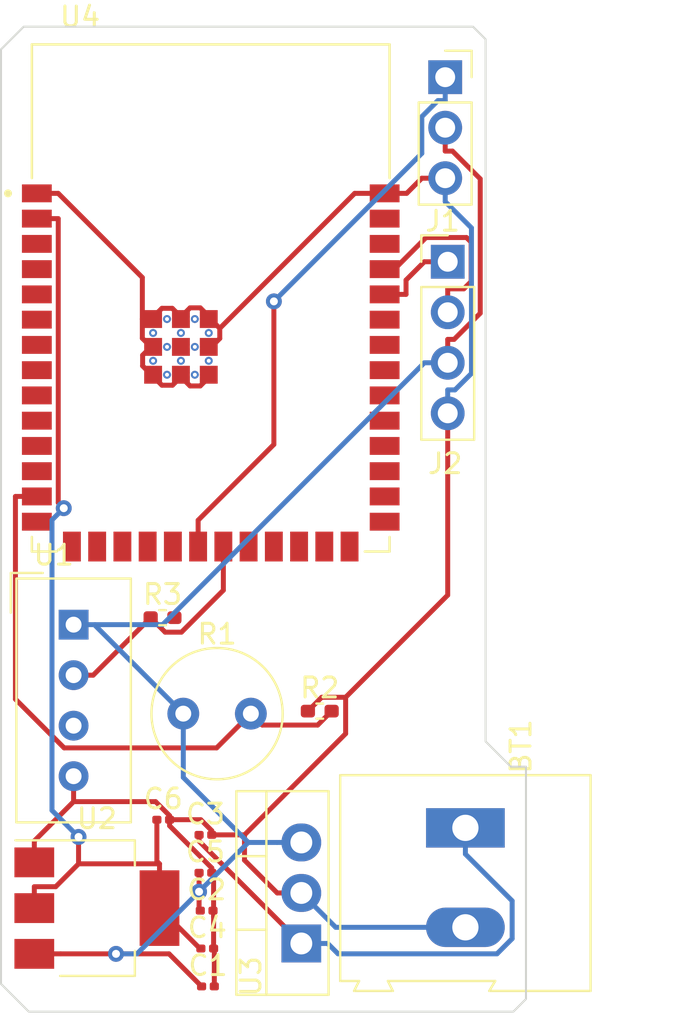
<source format=kicad_pcb>
(kicad_pcb (version 20221018) (generator pcbnew)
  (layers (0 "F.Cu" signal) (31 "B.Cu" signal) (34 "B.Paste" user) (35 "F.Paste" user) (36 "B.SilkS" user "B.Silkscreen") (37 "F.SilkS" user "F.Silkscreen") (38 "B.Mask" user) (39 "F.Mask" user) (44 "Edge.Cuts" user))
  (net 0 "")
  (net 2 "VCC")
  (net 3 "/LDROUT")
  (net 4 "/DHTOUT")
  (net 5 "GND")
  (net 6 "/RX")
  (net 7 "/TX")
  (net 8 "/SMOUT")
  (net 9 "Net-(BT1-+)")
  (net 10 "+5V")
  (net 11 "+3.3V")
  (footprint "OptoDevice:R_LDR_D6.4mm_P3.4mm_Vertical" (layer "F.Cu") (at 157.89 96.266)
    (fp_text reference "R1" (at 1.7 -4) (layer "F.SilkS"))
    (fp_text value "A1050")
    (fp_circle (center 1.7 0) (end 5 -0.1) (stroke (width 0.12)) (fill none) (layer "F.SilkS"))
    (pad "1" thru_hole circle (at 0 0) (size 1.6 1.6) (drill 0.8) (layers "*.Cu" "*.Mask") (net 10 "+5V"))
    (pad "2" thru_hole circle (at 3.4 0) (size 1.6 1.6) (drill 0.8) (layers "*.Cu" "*.Mask") (net 3 "/LDROUT"))
  )
  (footprint "Capacitor_SMD:C_0201_0603Metric" (layer "F.Cu") (at 159.004 102.362)
    (fp_text reference "C3" (at 0 -1.05) (layer "F.SilkS"))
    (fp_text value "10u")
    (pad "1" smd roundrect (at -0.32 0) (size 0.46 0.4) (layers "F.Cu" "F.Mask") (net 9 "Net-(BT1-+)"))
    (pad "2" smd roundrect (at 0.32 0) (size 0.46 0.4) (layers "F.Cu" "F.Mask") (net 5 "GND"))
  )
  (footprint "Resistor_SMD:R_0402_1005Metric_Pad0.72x0.64mm_HandSolder" (layer "F.Cu") (at 164.7565 96.139)
    (fp_text reference "R2" (at 0 -1.17) (layer "F.SilkS"))
    (fp_text value "10k")
    (fp_line (start -0.167621 -0.38) (end 0.167621 -0.38) (stroke (width 0.12)) (layer "F.SilkS"))
    (fp_line (start -0.167621 0.38) (end 0.167621 0.38) (stroke (width 0.12)) (layer "F.SilkS"))
    (pad "1" smd roundrect (at -0.5975 0) (size 0.715 0.64) (layers "F.Cu" "F.Paste" "F.Mask") (net 5 "GND"))
    (pad "2" smd roundrect (at 0.5975 0) (size 0.715 0.64) (layers "F.Cu" "F.Paste" "F.Mask") (net 3 "/LDROUT"))
  )
  (footprint "Connector_PinSocket_2.54mm:PinSocket_1x03_P2.54mm_Vertical" (layer "F.Cu") (at 171.069 64.262)
    (fp_text reference "J1" (at -0.127 7.239) (layer "F.SilkS"))
    (fp_text value "Soil Moisture Sensor Connector")
    (fp_line (start -1.33 1.27) (end -1.33 6.41) (stroke (width 0.12)) (layer "F.SilkS"))
    (fp_line (start -1.33 1.27) (end 1.33 1.27) (stroke (width 0.12)) (layer "F.SilkS"))
    (fp_line (start -1.33 6.41) (end 1.33 6.41) (stroke (width 0.12)) (layer "F.SilkS"))
    (fp_line (start 0 -1.33) (end 1.33 -1.33) (stroke (width 0.12)) (layer "F.SilkS"))
    (fp_line (start 1.33 -1.33) (end 1.33 0) (stroke (width 0.12)) (layer "F.SilkS"))
    (fp_line (start 1.33 1.27) (end 1.33 6.41) (stroke (width 0.12)) (layer "F.SilkS"))
    (pad "1" thru_hole rect (at 0 0) (size 1.7 1.7) (drill 1) (layers "*.Cu" "*.Mask") (net 8 "/SMOUT"))
    (pad "2" thru_hole oval (at 0 2.54) (size 1.7 1.7) (drill 1) (layers "*.Cu" "*.Mask") (net 10 "+5V"))
    (pad "3" thru_hole oval (at 0 5.08) (size 1.7 1.7) (drill 1) (layers "*.Cu" "*.Mask") (net 5 "GND"))
  )
  (footprint "Capacitor_SMD:C_0201_0603Metric" (layer "F.Cu") (at 159.131 109.982)
    (fp_text reference "C1" (at 0 -1.05) (layer "F.SilkS"))
    (fp_text value "10u")
    (pad "1" smd roundrect (at -0.32 0) (size 0.46 0.4) (layers "F.Cu" "F.Mask") (net 10 "+5V"))
    (pad "2" smd roundrect (at 0.32 0) (size 0.46 0.4) (layers "F.Cu" "F.Mask") (net 5 "GND"))
  )
  (footprint "ESP32-S3-WROOM-1-N8R8:XCVR_ESP32S3WROOM1N8R8" (layer "F.Cu") (at 159.271 75.364)
    (fp_text reference "U4" (at -6.575 -14.135) (layer "F.SilkS"))
    (fp_text value "ESP32-S3-WROOM-1-N8R8")
    (fp_line (start -9 -12.75) (end 9 -12.75) (stroke (width 0.127)) (layer "F.SilkS"))
    (fp_line (start -9 -6.03) (end -9 -12.75) (stroke (width 0.127)) (layer "F.SilkS"))
    (fp_line (start -9 12.02) (end -9 12.75) (stroke (width 0.127)) (layer "F.SilkS"))
    (fp_line (start -9 12.75) (end -7.755 12.75) (stroke (width 0.127)) (layer "F.SilkS"))
    (fp_line (start 9 -12.75) (end 9 -6.03) (stroke (width 0.127)) (layer "F.SilkS"))
    (fp_line (start 9 12.02) (end 9 12.75) (stroke (width 0.127)) (layer "F.SilkS"))
    (fp_line (start 9 12.75) (end 7.755 12.75) (stroke (width 0.127)) (layer "F.SilkS"))
    (fp_circle (center -10.2 -5.26) (end -10.1 -5.26) (stroke (width 0.2)) (fill none) (layer "F.SilkS"))
    (pad "1" smd rect (at -8.75 -5.26) (size 1.5 0.9) (layers "F.Cu" "F.Paste" "F.Mask") (net 5 "GND"))
    (pad "2" smd rect (at -8.75 -3.99) (size 1.5 0.9) (layers "F.Cu" "F.Paste" "F.Mask") (net 11 "+3.3V"))
    (pad "3" smd rect (at -8.75 -2.72) (size 1.5 0.9) (layers "F.Cu" "F.Paste" "F.Mask"))
    (pad "4" smd rect (at -8.75 -1.45) (size 1.5 0.9) (layers "F.Cu" "F.Paste" "F.Mask"))
    (pad "5" smd rect (at -8.75 -0.18) (size 1.5 0.9) (layers "F.Cu" "F.Paste" "F.Mask"))
    (pad "6" smd rect (at -8.75 1.09) (size 1.5 0.9) (layers "F.Cu" "F.Paste" "F.Mask"))
    (pad "7" smd rect (at -8.75 2.36) (size 1.5 0.9) (layers "F.Cu" "F.Paste" "F.Mask"))
    (pad "8" smd rect (at -8.75 3.63) (size 1.5 0.9) (layers "F.Cu" "F.Paste" "F.Mask"))
    (pad "9" smd rect (at -8.75 4.9) (size 1.5 0.9) (layers "F.Cu" "F.Paste" "F.Mask"))
    (pad "10" smd rect (at -8.75 6.17) (size 1.5 0.9) (layers "F.Cu" "F.Paste" "F.Mask"))
    (pad "11" smd rect (at -8.75 7.44) (size 1.5 0.9) (layers "F.Cu" "F.Paste" "F.Mask"))
    (pad "12" smd rect (at -8.75 8.71) (size 1.5 0.9) (layers "F.Cu" "F.Paste" "F.Mask"))
    (pad "13" smd rect (at -8.75 9.98) (size 1.5 0.9) (layers "F.Cu" "F.Paste" "F.Mask") (net 3 "/LDROUT"))
    (pad "14" smd rect (at -8.75 11.25) (size 1.5 0.9) (layers "F.Cu" "F.Paste" "F.Mask"))
    (pad "15" smd rect (at -6.985 12.5) (size 0.9 1.5) (layers "F.Cu" "F.Paste" "F.Mask"))
    (pad "16" smd rect (at -5.715 12.5) (size 0.9 1.5) (layers "F.Cu" "F.Paste" "F.Mask"))
    (pad "17" smd rect (at -4.445 12.5) (size 0.9 1.5) (layers "F.Cu" "F.Paste" "F.Mask"))
    (pad "18" smd rect (at -3.175 12.5) (size 0.9 1.5) (layers "F.Cu" "F.Paste" "F.Mask"))
    (pad "19" smd rect (at -1.905 12.5) (size 0.9 1.5) (layers "F.Cu" "F.Paste" "F.Mask"))
    (pad "20" smd rect (at -0.635 12.5) (size 0.9 1.5) (layers "F.Cu" "F.Paste" "F.Mask") (net 8 "/SMOUT"))
    (pad "21" smd rect (at 0.635 12.5) (size 0.9 1.5) (layers "F.Cu" "F.Paste" "F.Mask") (net 4 "/DHTOUT"))
    (pad "22" smd rect (at 1.905 12.5) (size 0.9 1.5) (layers "F.Cu" "F.Paste" "F.Mask"))
    (pad "23" smd rect (at 3.175 12.5) (size 0.9 1.5) (layers "F.Cu" "F.Paste" "F.Mask"))
    (pad "24" smd rect (at 4.445 12.5) (size 0.9 1.5) (layers "F.Cu" "F.Paste" "F.Mask"))
    (pad "25" smd rect (at 5.715 12.5) (size 0.9 1.5) (layers "F.Cu" "F.Paste" "F.Mask"))
    (pad "26" smd rect (at 6.985 12.5) (size 0.9 1.5) (layers "F.Cu" "F.Paste" "F.Mask"))
    (pad "27" smd rect (at 8.75 11.25) (size 1.5 0.9) (layers "F.Cu" "F.Paste" "F.Mask"))
    (pad "28" smd rect (at 8.75 9.98) (size 1.5 0.9) (layers "F.Cu" "F.Paste" "F.Mask"))
    (pad "29" smd rect (at 8.75 8.71) (size 1.5 0.9) (layers "F.Cu" "F.Paste" "F.Mask"))
    (pad "30" smd rect (at 8.75 7.44) (size 1.5 0.9) (layers "F.Cu" "F.Paste" "F.Mask"))
    (pad "31" smd rect (at 8.75 6.17) (size 1.5 0.9) (layers "F.Cu" "F.Paste" "F.Mask"))
    (pad "32" smd rect (at 8.75 4.9) (size 1.5 0.9) (layers "F.Cu" "F.Paste" "F.Mask"))
    (pad "33" smd rect (at 8.75 3.63) (size 1.5 0.9) (layers "F.Cu" "F.Paste" "F.Mask"))
    (pad "34" smd rect (at 8.75 2.36) (size 1.5 0.9) (layers "F.Cu" "F.Paste" "F.Mask"))
    (pad "35" smd rect (at 8.75 1.09) (size 1.5 0.9) (layers "F.Cu" "F.Paste" "F.Mask"))
    (pad "36" smd rect (at 8.75 -0.18) (size 1.5 0.9) (layers "F.Cu" "F.Paste" "F.Mask") (net 6 "/RX"))
    (pad "37" smd rect (at 8.75 -1.45) (size 1.5 0.9) (layers "F.Cu" "F.Paste" "F.Mask") (net 7 "/TX"))
    (pad "38" smd rect (at 8.75 -2.72) (size 1.5 0.9) (layers "F.Cu" "F.Paste" "F.Mask"))
    (pad "39" smd rect (at 8.75 -3.99) (size 1.5 0.9) (layers "F.Cu" "F.Paste" "F.Mask"))
    (pad "40" smd rect (at 8.75 -5.26) (size 1.5 0.9) (layers "F.Cu" "F.Paste" "F.Mask") (net 5 "GND"))
    (pad "41_1" smd rect (at -1.5 2.46) (size 0.9 0.9) (layers "F.Cu" "F.Paste" "F.Mask") (net 5 "GND"))
    (pad "41_2" smd rect (at -2.9 2.46) (size 0.9 0.9) (layers "F.Cu" "F.Paste" "F.Mask") (net 5 "GND"))
    (pad "41_3" smd rect (at -0.1 2.46) (size 0.9 0.9) (layers "F.Cu" "F.Paste" "F.Mask") (net 5 "GND"))
    (pad "41_4" smd rect (at -2.9 3.86) (size 0.9 0.9) (layers "F.Cu" "F.Paste" "F.Mask") (net 5 "GND"))
    (pad "41_5" smd rect (at -1.5 3.86) (size 0.9 0.9) (layers "F.Cu" "F.Paste" "F.Mask") (net 5 "GND"))
    (pad "41_6" smd rect (at -0.1 3.86) (size 0.9 0.9) (layers "F.Cu" "F.Paste" "F.Mask") (net 5 "GND"))
    (pad "41_7" smd rect (at -2.9 1.06) (size 0.9 0.9) (layers "F.Cu" "F.Paste" "F.Mask") (net 5 "GND"))
    (pad "41_8" smd rect (at -1.5 1.06) (size 0.9 0.9) (layers "F.Cu" "F.Paste" "F.Mask") (net 5 "GND"))
    (pad "41_9" smd rect (at -0.1 1.06) (size 0.9 0.9) (layers "F.Cu" "F.Paste" "F.Mask") (net 5 "GND"))
    (pad "41_10" thru_hole circle (at -1.5 1.76) (size 0.4 0.4) (drill 0.2) (layers "*.Cu"))
    (pad "41_11" thru_hole circle (at -2.9 1.76) (size 0.4 0.4) (drill 0.2) (layers "*.Cu"))
    (pad "41_12" thru_hole circle (at -0.1 1.76) (size 0.4 0.4) (drill 0.2) (layers "*.Cu"))
    (pad "41_13" thru_hole circle (at -2.9 3.16) (size 0.4 0.4) (drill 0.2) (layers "*.Cu"))
    (pad "41_14" thru_hole circle (at -1.5 3.16) (size 0.4 0.4) (drill 0.2) (layers "*.Cu"))
    (pad "41_15" thru_hole circle (at -0.1 3.16) (size 0.4 0.4) (drill 0.2) (layers "*.Cu"))
    (pad "41_16" thru_hole circle (at -2.2 1.06) (size 0.4 0.4) (drill 0.2) (layers "*.Cu"))
    (pad "41_17" thru_hole circle (at -0.8 1.06) (size 0.4 0.4) (drill 0.2) (layers "*.Cu"))
    (pad "41_18" thru_hole circle (at -2.2 2.46) (size 0.4 0.4) (drill 0.2) (layers "*.Cu"))
    (pad "41_19" thru_hole circle (at -0.8 2.46) (size 0.4 0.4) (drill 0.2) (layers "*.Cu"))
    (pad "41_20" thru_hole circle (at -2.2 3.86) (size 0.4 0.4) (drill 0.2) (layers "*.Cu"))
    (pad "41_21" thru_hole circle (at -0.8 3.86) (size 0.4 0.4) (drill 0.2) (layers "*.Cu"))
  )
  (footprint "Capacitor_SMD:C_0201_0603Metric" (layer "F.Cu") (at 159.065 106.172)
    (fp_text reference "C2" (at 0 -1.05) (layer "F.SilkS"))
    (fp_text value "100n")
    (pad "1" smd roundrect (at -0.32 0) (size 0.46 0.4) (layers "F.Cu" "F.Mask") (net 10 "+5V"))
    (pad "2" smd roundrect (at 0.32 0) (size 0.46 0.4) (layers "F.Cu" "F.Mask") (net 5 "GND"))
  )
  (footprint "Package_TO_SOT_THT:TO-220-3_Vertical" (layer "F.Cu") (at 163.83 107.823 90)
    (fp_text reference "U3" (at -1.651 -2.54 90) (layer "F.SilkS"))
    (fp_text value "LM7805_TO220")
    (fp_line (start -2.58 -3.27) (end -2.58 1.371) (stroke (width 0.12)) (layer "F.SilkS"))
    (fp_line (start -2.58 -3.27) (end 7.66 -3.27) (stroke (width 0.12)) (layer "F.SilkS"))
    (fp_line (start -2.58 -1.76) (end 7.66 -1.76) (stroke (width 0.12)) (layer "F.SilkS"))
    (fp_line (start -2.58 1.371) (end 7.66 1.371) (stroke (width 0.12)) (layer "F.SilkS"))
    (fp_line (start 0.69 -3.27) (end 0.69 -1.76) (stroke (width 0.12)) (layer "F.SilkS"))
    (fp_line (start 4.391 -3.27) (end 4.391 -1.76) (stroke (width 0.12)) (layer "F.SilkS"))
    (fp_line (start 7.66 -3.27) (end 7.66 1.371) (stroke (width 0.12)) (layer "F.SilkS"))
    (pad "1" thru_hole rect (at 0 0 90) (size 1.905 2) (drill 1.1) (layers "*.Cu" "*.Mask") (net 9 "Net-(BT1-+)"))
    (pad "2" thru_hole oval (at 2.54 0 90) (size 1.905 2) (drill 1.1) (layers "*.Cu" "*.Mask") (net 5 "GND"))
    (pad "3" thru_hole oval (at 5.08 0 90) (size 1.905 2) (drill 1.1) (layers "*.Cu" "*.Mask") (net 10 "+5V"))
  )
  (footprint "Sensor:Aosong_DHT11_5.5x12.0_P2.54mm" (layer "F.Cu") (at 152.3705 91.7915)
    (fp_text reference "U1" (at -1 -3.5) (layer "F.SilkS"))
    (fp_text value "DHT11")
    (fp_line (start -3.16 -2.6) (end -3.16 -0.6) (stroke (width 0.12)) (layer "F.SilkS"))
    (fp_line (start -3.16 -2.6) (end -1.55 -2.6) (stroke (width 0.12)) (layer "F.SilkS"))
    (fp_line (start -2.88 9.94) (end -2.88 -2.31) (stroke (width 0.12)) (layer "F.SilkS"))
    (fp_line (start -2.87 -2.32) (end 2.87 -2.32) (stroke (width 0.12)) (layer "F.SilkS"))
    (fp_line (start 2.88 -2.32) (end 2.88 9.94) (stroke (width 0.12)) (layer "F.SilkS"))
    (fp_line (start 2.88 9.94) (end -2.88 9.94) (stroke (width 0.12)) (layer "F.SilkS"))
    (pad "1" thru_hole rect (at 0 0) (size 1.5 1.5) (drill 0.8) (layers "*.Cu" "*.Mask") (net 10 "+5V"))
    (pad "2" thru_hole circle (at 0 2.54) (size 1.5 1.5) (drill 0.8) (layers "*.Cu" "*.Mask") (net 4 "/DHTOUT"))
    (pad "3" thru_hole circle (at 0 5.08) (size 1.5 1.5) (drill 0.8) (layers "*.Cu" "*.Mask"))
    (pad "4" thru_hole circle (at 0 7.62) (size 1.5 1.5) (drill 0.8) (layers "*.Cu" "*.Mask") (net 5 "GND"))
  )
  (footprint "Package_TO_SOT_SMD:SOT-223-3_TabPin2" (layer "F.Cu") (at 153.543 106.045)
    (fp_text reference "U2" (at 0 -4.5) (layer "F.SilkS"))
    (fp_text value "AMS1117")
    (fp_line (start -4.1 -3.41) (end 1.91 -3.41) (stroke (width 0.12)) (layer "F.SilkS"))
    (fp_line (start -1.85 3.41) (end 1.91 3.41) (stroke (width 0.12)) (layer "F.SilkS"))
    (fp_line (start 1.91 -3.41) (end 1.91 -2.15) (stroke (width 0.12)) (layer "F.SilkS"))
    (fp_line (start 1.91 3.41) (end 1.91 2.15) (stroke (width 0.12)) (layer "F.SilkS"))
    (pad "1" smd rect (at -3.15 -2.3) (size 2 1.5) (layers "F.Cu" "F.Paste" "F.Mask") (net 5 "GND"))
    (pad "2" smd rect (at -3.15 0) (size 2 1.5) (layers "F.Cu" "F.Paste" "F.Mask") (net 11 "+3.3V"))
    (pad "2" smd rect (at 3.15 0) (size 2 3.8) (layers "F.Cu" "F.Paste" "F.Mask") (net 11 "+3.3V"))
    (pad "3" smd rect (at -3.15 2.3) (size 2 1.5) (layers "F.Cu" "F.Paste" "F.Mask") (net 10 "+5V"))
  )
  (footprint "Capacitor_SMD:C_0201_0603Metric" (layer "F.Cu") (at 159.004 104.267)
    (fp_text reference "C5" (at 0 -1.05) (layer "F.SilkS"))
    (fp_text value "1u")
    (pad "1" smd roundrect (at -0.32 0) (size 0.46 0.4) (layers "F.Cu" "F.Mask") (net 10 "+5V"))
    (pad "2" smd roundrect (at 0.32 0) (size 0.46 0.4) (layers "F.Cu" "F.Mask") (net 5 "GND"))
  )
  (footprint "Connector_PinHeader_2.54mm:PinHeader_1x04_P2.54mm_Vertical" (layer "F.Cu") (at 171.196 73.543)
    (fp_text reference "J2" (at -0.127 10.15) (layer "F.SilkS"))
    (fp_text value "Custom UART Connector" hide)
    (fp_line (start -1.33 -1.33) (end 0 -1.33) (stroke (width 0.12)) (layer "F.SilkS"))
    (fp_line (start -1.33 0) (end -1.33 -1.33) (stroke (width 0.12)) (layer "F.SilkS"))
    (fp_line (start -1.33 1.27) (end -1.33 8.95) (stroke (width 0.12)) (layer "F.SilkS"))
    (fp_line (start -1.33 1.27) (end 1.33 1.27) (stroke (width 0.12)) (layer "F.SilkS"))
    (fp_line (start -1.33 8.95) (end 1.33 8.95) (stroke (width 0.12)) (layer "F.SilkS"))
    (fp_line (start 1.33 1.27) (end 1.33 8.95) (stroke (width 0.12)) (layer "F.SilkS"))
    (pad "1" thru_hole rect (at 0 0) (size 1.7 1.7) (drill 1) (layers "*.Cu" "*.Mask") (net 6 "/RX"))
    (pad "2" thru_hole oval (at 0 2.54) (size 1.7 1.7) (drill 1) (layers "*.Cu" "*.Mask") (net 7 "/TX"))
    (pad "3" thru_hole oval (at 0 5.08) (size 1.7 1.7) (drill 1) (layers "*.Cu" "*.Mask") (net 10 "+5V"))
    (pad "4" thru_hole oval (at 0 7.62) (size 1.7 1.7) (drill 1) (layers "*.Cu" "*.Mask") (net 5 "GND"))
  )
  (footprint "TerminalBlock:TerminalBlock_Altech_AK300-2_P5.00mm" (layer "F.Cu") (at 172.085 102.01 -90)
    (fp_text reference "BT1" (at -4.093 -2.794 90) (layer "F.SilkS"))
    (fp_text value "9V")
    (fp_line (start -2.65 -6.3) (end -2.65 6.3) (stroke (width 0.12)) (layer "F.SilkS"))
    (fp_line (start -2.65 6.3) (end 7.7 6.3) (stroke (width 0.12)) (layer "F.SilkS"))
    (fp_line (start 7.7 -1.5) (end 8.2 -1.2) (stroke (width 0.12)) (layer "F.SilkS"))
    (fp_line (start 7.7 3.9) (end 7.7 -1.5) (stroke (width 0.12)) (layer "F.SilkS"))
    (fp_line (start 7.7 5.35) (end 8.2 5.6) (stroke (width 0.12)) (layer "F.SilkS"))
    (fp_line (start 7.7 6.3) (end 7.7 5.35) (stroke (width 0.12)) (layer "F.SilkS"))
    (fp_line (start 8.2 -6.3) (end -2.65 -6.3) (stroke (width 0.12)) (layer "F.SilkS"))
    (fp_line (start 8.2 -1.2) (end 8.2 -6.3) (stroke (width 0.12)) (layer "F.SilkS"))
    (fp_line (start 8.2 3.65) (end 7.7 3.9) (stroke (width 0.12)) (layer "F.SilkS"))
    (fp_line (start 8.2 3.7) (end 8.2 3.65) (stroke (width 0.12)) (layer "F.SilkS"))
    (fp_line (start 8.2 5.6) (end 8.2 3.7) (stroke (width 0.12)) (layer "F.SilkS"))
    (pad "1" thru_hole rect (at 0 0 270) (size 1.98 3.96) (drill 1.32) (layers "*.Cu" "*.Mask") (net 9 "Net-(BT1-+)"))
    (pad "2" thru_hole oval (at 5 0 270) (size 1.98 3.96) (drill 1.32) (layers "*.Cu" "*.Mask") (net 5 "GND"))
  )
  (footprint "Capacitor_SMD:C_0201_0603Metric" (layer "F.Cu") (at 156.881 101.6)
    (fp_text reference "C6" (at 0 -1.05) (layer "F.SilkS"))
    (fp_text value "100n")
    (pad "1" smd roundrect (at -0.32 0) (size 0.46 0.4) (layers "F.Cu" "F.Mask") (net 11 "+3.3V"))
    (pad "2" smd roundrect (at 0.32 0) (size 0.46 0.4) (layers "F.Cu" "F.Mask") (net 5 "GND"))
  )
  (footprint "Capacitor_SMD:C_0201_0603Metric" (layer "F.Cu") (at 159.095 108.077)
    (fp_text reference "C4" (at 0 -1.05) (layer "F.SilkS"))
    (fp_text value "10u")
    (pad "1" smd roundrect (at -0.32 0) (size 0.46 0.4) (layers "F.Cu" "F.Mask") (net 11 "+3.3V"))
    (pad "2" smd roundrect (at 0.32 0) (size 0.46 0.4) (layers "F.Cu" "F.Mask") (net 5 "GND"))
  )
  (footprint "Resistor_SMD:R_0402_1005Metric_Pad0.72x0.64mm_HandSolder" (layer "F.Cu") (at 156.845 91.44)
    (fp_text reference "R3" (at 0 -1.17) (layer "F.SilkS"))
    (fp_text value "4k7")
    (fp_line (start -0.167621 -0.38) (end 0.167621 -0.38) (stroke (width 0.12)) (layer "F.SilkS"))
    (fp_line (start -0.167621 0.38) (end 0.167621 0.38) (stroke (width 0.12)) (layer "F.SilkS"))
    (pad "1" smd roundrect (at -0.5975 0) (size 0.715 0.64) (layers "F.Cu" "F.Paste" "F.Mask") (net 4 "/DHTOUT"))
    (pad "2" smd roundrect (at 0.5975 0) (size 0.715 0.64) (layers "F.Cu" "F.Paste" "F.Mask") (net 2 "VCC"))
  )
  (gr_poly (pts (xy 173.101 62.357) (xy 173.101 97.663) (xy 174.371 98.933) (xy 175.133 98.933) (xy 175.133 110.617) (xy 174.498 111.252) (xy 150.114 111.252) (xy 148.717 109.855) (xy 148.717 62.865) (xy 149.86 61.722) (xy 172.466 61.722)) (stroke (width 0.1)) (fill none) (layer "Edge.Cuts"))
  (segment (start 149.4441 95.5381) (end 151.894 97.988) (width 0.25) (layer "F.Cu") (net 3))
  (segment (start 159.568 97.988) (end 161.29 96.266) (width 0.25) (layer "F.Cu") (net 3))
  (segment (start 161.29 96.266) (end 161.8641 96.8401) (width 0.25) (layer "F.Cu") (net 3))
  (segment (start 161.8641 96.8401) (end 164.6529 96.8401) (width 0.25) (layer "F.Cu") (net 3))
  (segment (start 150.521 85.344) (end 149.4441 85.344) (width 0.25) (layer "F.Cu") (net 3))
  (segment (start 164.6529 96.8401) (end 165.354 96.139) (width 0.25) (layer "F.Cu") (net 3))
  (segment (start 149.4441 85.344) (end 149.4441 95.5381) (width 0.25) (layer "F.Cu") (net 3))
  (segment (start 151.894 97.988) (end 159.568 97.988) (width 0.25) (layer "F.Cu") (net 3))
  (segment (start 157.7981 92.1686) (end 156.9761 92.1686) (width 0.25) (layer "F.Cu") (net 4))
  (segment (start 153.356 94.3315) (end 156.2475 91.44) (width 0.25) (layer "F.Cu") (net 4))
  (segment (start 159.906 90.0607) (end 157.7981 92.1686) (width 0.25) (layer "F.Cu") (net 4))
  (segment (start 156.9761 92.1686) (end 156.2475 91.44) (width 0.25) (layer "F.Cu") (net 4))
  (segment (start 152.3705 94.3315) (end 153.356 94.3315) (width 0.25) (layer "F.Cu") (net 4))
  (segment (start 159.906 87.864) (end 159.906 90.0607) (width 0.25) (layer "F.Cu") (net 4))
  (segment (start 171.196 90.3059) (end 171.196 81.163) (width 0.25) (layer "F.Cu") (net 5))
  (segment (start 160.97 102.362) (end 159.324 102.362) (width 0.25) (layer "F.Cu") (net 5))
  (segment (start 156.2614 77.824) (end 155.8441 78.2413) (width 0.25) (layer "F.Cu") (net 5))
  (segment (start 156.2614 77.824) (end 156.371 77.824) (width 0.25) (layer "F.Cu") (net 5))
  (segment (start 158.7436 75.86) (end 158.2308 75.86) (width 0.25) (layer "F.Cu") (net 5))
  (segment (start 156.8137 75.8843) (end 156.371 76.327) (width 0.25) (layer "F.Cu") (net 5))
  (segment (start 155.8441 78.7805) (end 156.8145 79.7509) (width 0.25) (layer "F.Cu") (net 5))
  (segment (start 159.415 108.077) (end 159.415 106.4786) (width 0.25) (layer "F.Cu") (net 5))
  (segment (start 151.5979 70.104) (end 155.8294 74.3355) (width 0.25) (layer "F.Cu") (net 5))
  (segment (start 159.7263 76.8911) (end 159.2592 76.424) (width 0.25) (layer "F.Cu") (net 5))
  (segment (start 156.371 76.327) (end 156.371 76.424) (width 0.25) (layer "F.Cu") (net 5))
  (segment (start 155.8294 77.392) (end 156.2614 77.824) (width 0.25) (layer "F.Cu") (net 5))
  (segment (start 150.521 70.104) (end 151.5979 70.104) (width 0.25) (layer "F.Cu") (net 5))
  (segment (start 157.771 76.3198) (end 157.3355 75.8843) (width 0.25) (layer "F.Cu") (net 5))
  (segment (start 152.3705 100.6906) (end 156.4954 100.6906) (width 0.25) (layer "F.Cu") (net 5))
  (segment (start 159.415 106.202) (end 159.385 106.172) (width 0.25) (layer "F.Cu") (net 5))
  (segment (start 164.8552 95.4428) (end 166.0591 95.4428) (width 0.25) (layer "F.Cu") (net 5))
  (segment (start 162.6165 105.283) (end 160.97 103.6365) (width 0.25) (layer "F.Cu") (net 5))
  (segment (start 150.393 103.745) (end 150.393 102.6681) (width 0.25) (layer "F.Cu") (net 5))
  (segment (start 171.069 69.342) (end 169.8921 69.342) (width 0.25) (layer "F.Cu") (net 5))
  (segment (start 157.3355 75.8843) (end 156.8137 75.8843) (width 0.25) (layer "F.Cu") (net 5))
  (segment (start 157.771 79.3281) (end 157.771 79.224) (width 0.25) (layer "F.Cu") (net 5))
  (segment (start 155.8294 74.3355) (end 155.8294 76.424) (width 0.25) (layer "F.Cu") (net 5))
  (segment (start 159.171 79.3606) (end 158.7436 79.788) (width 0.25) (layer "F.Cu") (net 5))
  (segment (start 168.021 70.104) (end 169.1301 70.104) (width 0.25) (layer "F.Cu") (net 5))
  (segment (start 159.2592 76.424) (end 159.171 76.424) (width 0.25) (layer "F.Cu") (net 5))
  (segment (start 150.393 102.6681) (end 152.3705 100.6906) (width 0.25) (layer "F.Cu") (net 5))
  (segment (start 159.415 108.077) (end 159.451 108.113) (width 0.25) (layer "F.Cu") (net 5))
  (segment (start 159.7263 77.3999) (end 159.7263 76.8911) (width 0.25) (layer "F.Cu") (net 5))
  (segment (start 159.171 76.424) (end 159.171 76.2874) (width 0.25) (layer "F.Cu") (net 5))
  (segment (start 157.771 76.3198) (end 157.771 76.424) (width 0.25) (layer "F.Cu") (net 5))
  (segment (start 169.1301 70.104) (end 169.8921 69.342) (width 0.25) (layer "F.Cu") (net 5))
  (segment (start 159.3022 77.824) (end 159.7263 77.3999) (width 0.25) (layer "F.Cu") (net 5))
  (segment (start 166.0591 95.4428) (end 171.196 90.3059) (width 0.25) (layer "F.Cu") (net 5))
  (segment (start 166.0591 95.4428) (end 166.0591 97.2729) (width 0.25) (layer "F.Cu") (net 5))
  (segment (start 157.3482 79.7509) (end 157.771 79.3281) (width 0.25) (layer "F.Cu") (net 5))
  (segment (start 166.0591 97.2729) (end 160.97 102.362) (width 0.25) (layer "F.Cu") (net 5))
  (segment (start 157.201 101.6) (end 158.7712 101.6) (width 0.25) (layer "F.Cu") (net 5))
  (segment (start 159.324 102.1528) (end 159.324 102.362) (width 0.25) (layer "F.Cu") (net 5))
  (segment (start 156.2876 79.224) (end 155.8441 78.7805) (width 0.25) (layer "F.Cu") (net 5))
  (segment (start 156.371 76.424) (end 155.8294 76.424) (width 0.25) (layer "F.Cu") (net 5))
  (segment (start 157.201 101.3962) (end 157.201 101.6) (width 0.25) (layer "F.Cu") (net 5))
  (segment (start 156.371 79.224) (end 156.2876 79.224) (width 0.25) (layer "F.Cu") (net 5))
  (segment (start 159.451 108.113) (end 159.451 109.982) (width 0.25) (layer "F.Cu") (net 5))
  (segment (start 159.324 104.267) (end 159.324 104.0267) (width 0.25) (layer "F.Cu") (net 5))
  (segment (start 159.415 106.4786) (end 159.415 106.202) (width 0.25) (layer "F.Cu") (net 5))
  (segment (start 159.415 104.358) (end 159.324 104.267) (width 0.25) (layer "F.Cu") (net 5))
  (segment (start 158.2309 79.788) (end 157.771 79.3281) (width 0.25) (layer "F.Cu") (net 5))
  (segment (start 157.201 101.9037) (end 157.201 101.6) (width 0.25) (layer "F.Cu") (net 5))
  (segment (start 159.171 77.824) (end 159.3022 77.824) (width 0.25) (layer "F.Cu") (net 5))
  (segment (start 159.415 106.4786) (end 159.415 104.358) (width 0.25) (layer "F.Cu") (net 5))
  (segment (start 156.8145 79.7509) (end 157.3482 79.7509) (width 0.25) (layer "F.Cu") (net 5))
  (segment (start 152.3705 100.6906) (end 152.3705 99.4115) (width 0.25) (layer "F.Cu") (net 5))
  (segment (start 155.8294 76.424) (end 155.8294 77.392) (width 0.25) (layer "F.Cu") (net 5))
  (segment (start 159.171 79.224) (end 159.171 79.3606) (width 0.25) (layer "F.Cu") (net 5))
  (segment (start 158.7712 101.6) (end 159.324 102.1528) (width 0.25) (layer "F.Cu") (net 5))
  (segment (start 155.8441 78.2413) (end 155.8441 78.7805) (width 0.25) (layer "F.Cu") (net 5))
  (segment (start 159.171 76.2874) (end 158.7436 75.86) (width 0.25) (layer "F.Cu") (net 5))
  (segment (start 156.4954 100.6906) (end 157.201 101.3962) (width 0.25) (layer "F.Cu") (net 5))
  (segment (start 158.2308 75.86) (end 157.771 76.3198) (width 0.25) (layer "F.Cu") (net 5))
  (segment (start 163.83 105.283) (end 162.6165 105.283) (width 0.25) (layer "F.Cu") (net 5))
  (segment (start 164.159 96.139) (end 164.8552 95.4428) (width 0.25) (layer "F.Cu") (net 5))
  (segment (start 159.324 104.0267) (end 157.201 101.9037) (width 0.25) (layer "F.Cu") (net 5))
  (segment (start 160.97 103.6365) (end 160.97 102.362) (width 0.25) (layer "F.Cu") (net 5))
  (segment (start 159.7263 76.8911) (end 166.5134 70.104) (width 0.25) (layer "F.Cu") (net 5))
  (segment (start 158.7436 79.788) (end 158.2309 79.788) (width 0.25) (layer "F.Cu") (net 5))
  (segment (start 166.5134 70.104) (end 168.021 70.104) (width 0.25) (layer "F.Cu") (net 5))
  (segment (start 172.39 79.1579) (end 171.5618 79.9861) (width 0.25) (layer "B.Cu") (net 5))
  (segment (start 171.5618 79.9861) (end 171.196 79.9861) (width 0.25) (layer "B.Cu") (net 5))
  (segment (start 172.085 107.01) (end 165.557 107.01) (width 0.25) (layer "B.Cu") (net 5))
  (segment (start 171.196 81.163) (end 171.196 79.9861) (width 0.25) (layer "B.Cu") (net 5))
  (segment (start 165.557 107.01) (end 163.83 105.283) (width 0.25) (layer "B.Cu") (net 5))
  (segment (start 171.069 69.342) (end 171.069 70.5189) (width 0.25) (layer "B.Cu") (net 5))
  (segment (start 172.39 71.8399) (end 172.39 79.1579) (width 0.25) (layer "B.Cu") (net 5))
  (segment (start 171.069 70.5189) (end 172.39 71.8399) (width 0.25) (layer "B.Cu") (net 5))
  (segment (start 168.021 75.184) (end 169.0979 75.184) (width 0.25) (layer "F.Cu") (net 6))
  (segment (start 169.0979 75.184) (end 169.0979 74.4642) (width 0.25) (layer "F.Cu") (net 6))
  (segment (start 171.196 73.543) (end 170.0191 73.543) (width 0.25) (layer "F.Cu") (net 6))
  (segment (start 169.0979 74.4642) (end 170.0191 73.543) (width 0.25) (layer "F.Cu") (net 6))
  (segment (start 172.1399 72.3246) (end 170.1052 72.3246) (width 0.25) (layer "F.Cu") (net 7))
  (segment (start 172.0052 74.9061) (end 172.3729 74.5384) (width 0.25) (layer "F.Cu") (net 7))
  (segment (start 171.196 74.9061) (end 172.0052 74.9061) (width 0.25) (layer "F.Cu") (net 7))
  (segment (start 170.1052 72.3246) (end 168.5158 73.914) (width 0.25) (layer "F.Cu") (net 7))
  (segment (start 168.5158 73.914) (end 168.021 73.914) (width 0.25) (layer "F.Cu") (net 7))
  (segment (start 172.3729 74.5384) (end 172.3729 72.5576) (width 0.25) (layer "F.Cu") (net 7))
  (segment (start 172.3729 72.5576) (end 172.1399 72.3246) (width 0.25) (layer "F.Cu") (net 7))
  (segment (start 171.196 76.083) (end 171.196 74.9061) (width 0.25) (layer "F.Cu") (net 7))
  (segment (start 158.636 86.5416) (end 162.4486 82.729) (width 0.25) (layer "F.Cu") (net 8))
  (segment (start 158.636 87.864) (end 158.636 86.5416) (width 0.25) (layer "F.Cu") (net 8))
  (segment (start 162.4486 82.729) (end 162.4486 75.5355) (width 0.25) (layer "F.Cu") (net 8))
  (via (at 162.4486 75.5355) (size 0.8) (drill 0.4) (layers "F.Cu" "B.Cu") (net 8))
  (segment (start 162.4486 75.5355) (end 169.8921 68.092) (width 0.25) (layer "B.Cu") (net 8))
  (segment (start 169.8921 66.2479) (end 170.7011 65.4389) (width 0.25) (layer "B.Cu") (net 8))
  (segment (start 170.7011 65.4389) (end 171.069 65.4389) (width 0.25) (layer "B.Cu") (net 8))
  (segment (start 169.8921 68.092) (end 169.8921 66.2479) (width 0.25) (layer "B.Cu") (net 8))
  (segment (start 171.069 64.262) (end 171.069 65.4389) (width 0.25) (layer "B.Cu") (net 8))
  (segment (start 158.684 102.677) (end 158.684 102.362) (width 0.25) (layer "F.Cu") (net 9))
  (segment (start 163.83 107.823) (end 158.684 102.677) (width 0.25) (layer "F.Cu") (net 9))
  (segment (start 172.085 102.01) (end 172.085 103.3269) (width 0.25) (layer "B.Cu") (net 9))
  (segment (start 174.4374 105.6793) (end 174.4374 107.5814) (width 0.25) (layer "B.Cu") (net 9))
  (segment (start 172.085 103.3269) (end 174.4374 105.6793) (width 0.25) (layer "B.Cu") (net 9))
  (segment (start 165.6782 108.3443) (end 165.1569 107.823) (width 0.25) (layer "B.Cu") (net 9))
  (segment (start 174.4374 107.5814) (end 173.6745 108.3443) (width 0.25) (layer "B.Cu") (net 9))
  (segment (start 173.6745 108.3443) (end 165.6782 108.3443) (width 0.25) (layer "B.Cu") (net 9))
  (segment (start 163.83 107.823) (end 165.1569 107.823) (width 0.25) (layer "B.Cu") (net 9))
  (segment (start 172.8311 69.3752) (end 171.4348 67.9789) (width 0.25) (layer "F.Cu") (net 10))
  (segment (start 158.684 105.2195) (end 158.684 106.111) (width 0.25) (layer "F.Cu") (net 10))
  (segment (start 157.174 108.345) (end 154.5046 108.345) (width 0.25) (layer "F.Cu") (net 10))
  (segment (start 158.811 109.982) (end 157.174 108.345) (width 0.25) (layer "F.Cu") (net 10))
  (segment (start 172.8311 76.1316) (end 172.8311 69.3752) (width 0.25) (layer "F.Cu") (net 10))
  (segment (start 171.069 66.802) (end 171.069 67.9789) (width 0.25) (layer "F.Cu") (net 10))
  (segment (start 150.393 108.345) (end 151.7199 108.345) (width 0.25) (layer "F.Cu") (net 10))
  (segment (start 171.196 77.4461) (end 171.5166 77.4461) (width 0.25) (layer "F.Cu") (net 10))
  (segment (start 171.4348 67.9789) (end 171.069 67.9789) (width 0.25) (layer "F.Cu") (net 10))
  (segment (start 158.684 106.111) (end 158.745 106.172) (width 0.25) (layer "F.Cu") (net 10))
  (segment (start 158.684 104.267) (end 158.684 105.2195) (width 0.25) (layer "F.Cu") (net 10))
  (segment (start 171.5166 77.4461) (end 172.8311 76.1316) (width 0.25) (layer "F.Cu") (net 10))
  (segment (start 171.196 78.623) (end 171.196 77.4461) (width 0.25) (layer "F.Cu") (net 10))
  (segment (start 154.5046 108.345) (end 151.7199 108.345) (width 0.25) (layer "F.Cu") (net 10))
  (via (at 158.684 105.2195) (size 0.8) (drill 0.4) (layers "F.Cu" "B.Cu") (net 10))
  (via (at 154.5046 108.345) (size 0.8) (drill 0.4) (layers "F.Cu" "B.Cu") (net 10))
  (segment (start 158.684 105.2195) (end 155.5585 108.345) (width 0.25) (layer "B.Cu") (net 10))
  (segment (start 161.1605 102.743) (end 158.684 105.2195) (width 0.25) (layer "B.Cu") (net 10))
  (segment (start 170.0191 78.623) (end 156.8506 91.7915) (width 0.25) (layer "B.Cu") (net 10))
  (segment (start 171.196 78.623) (end 170.0191 78.623) (width 0.25) (layer "B.Cu") (net 10))
  (segment (start 157.89 99.4725) (end 161.1605 102.743) (width 0.25) (layer "B.Cu") (net 10))
  (segment (start 153.4474 91.7915) (end 153.4474 91.8234) (width 0.25) (layer "B.Cu") (net 10))
  (segment (start 163.83 102.743) (end 162.6165 102.743) (width 0.25) (layer "B.Cu") (net 10))
  (segment (start 157.89 96.266) (end 157.89 99.4725) (width 0.25) (layer "B.Cu") (net 10))
  (segment (start 162.6165 102.743) (end 161.1605 102.743) (width 0.25) (layer "B.Cu") (net 10))
  (segment (start 156.8506 91.7915) (end 153.4474 91.7915) (width 0.25) (layer "B.Cu") (net 10))
  (segment (start 153.4474 91.8234) (end 157.89 96.266) (width 0.25) (layer "B.Cu") (net 10))
  (segment (start 155.5585 108.345) (end 154.5046 108.345) (width 0.25) (layer "B.Cu") (net 10))
  (segment (start 152.3705 91.7915) (end 153.4474 91.7915) (width 0.25) (layer "B.Cu") (net 10))
  (segment (start 152.6199 103.8181) (end 156.693 103.8181) (width 0.25) (layer "F.Cu") (net 11))
  (segment (start 152.6199 102.4671) (end 152.6199 103.8181) (width 0.25) (layer "F.Cu") (net 11))
  (segment (start 156.693 106.045) (end 158.725 108.077) (width 0.25) (layer "F.Cu") (net 11))
  (segment (start 151.5979 71.374) (end 151.5979 85.658) (width 0.25) (layer "F.Cu") (net 11))
  (segment (start 151.4699 104.9681) (end 152.6199 103.8181) (width 0.25) (layer "F.Cu") (net 11))
  (segment (start 156.693 103.8181) (end 156.561 103.6861) (width 0.25) (layer "F.Cu") (net 11))
  (segment (start 150.393 104.9681) (end 151.4699 104.9681) (width 0.25) (layer "F.Cu") (net 11))
  (segment (start 151.5979 85.658) (end 151.8751 85.9352) (width 0.25) (layer "F.Cu") (net 11))
  (segment (start 156.693 104.9903) (end 156.693 103.8181) (width 0.25) (layer "F.Cu") (net 11))
  (segment (start 156.693 104.9903) (end 156.693 106.045) (width 0.25) (layer "F.Cu") (net 11))
  (segment (start 150.521 71.374) (end 151.5979 71.374) (width 0.25) (layer "F.Cu") (net 11))
  (segment (start 150.393 106.045) (end 150.393 104.9681) (width 0.25) (layer "F.Cu") (net 11))
  (segment (start 158.725 108.077) (end 158.775 108.077) (width 0.25) (layer "F.Cu") (net 11))
  (segment (start 156.561 103.6861) (end 156.561 101.6) (width 0.25) (layer "F.Cu") (net 11))
  (via (at 151.8751 85.9352) (size 0.8) (drill 0.4) (layers "F.Cu" "B.Cu") (net 11))
  (via (at 152.6199 102.4671) (size 0.8) (drill 0.4) (layers "F.Cu" "B.Cu") (net 11))
  (segment (start 151.283 86.5273) (end 151.8751 85.9352) (width 0.25) (layer "B.Cu") (net 11))
  (segment (start 151.283 101.1302) (end 151.283 86.5273) (width 0.25) (layer "B.Cu") (net 11))
  (segment (start 152.6199 102.4671) (end 151.283 101.1302) (width 0.25) (layer "B.Cu") (net 11))
)
</source>
